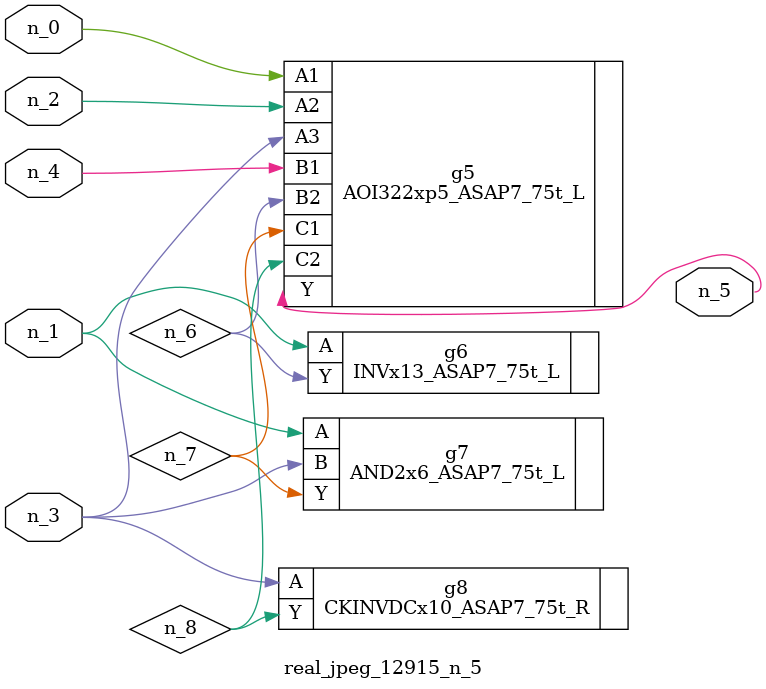
<source format=v>
module real_jpeg_12915_n_5 (n_4, n_0, n_1, n_2, n_3, n_5);

input n_4;
input n_0;
input n_1;
input n_2;
input n_3;

output n_5;

wire n_8;
wire n_6;
wire n_7;

AOI322xp5_ASAP7_75t_L g5 ( 
.A1(n_0),
.A2(n_2),
.A3(n_3),
.B1(n_4),
.B2(n_6),
.C1(n_7),
.C2(n_8),
.Y(n_5)
);

INVx13_ASAP7_75t_L g6 ( 
.A(n_1),
.Y(n_6)
);

AND2x6_ASAP7_75t_L g7 ( 
.A(n_1),
.B(n_3),
.Y(n_7)
);

CKINVDCx10_ASAP7_75t_R g8 ( 
.A(n_3),
.Y(n_8)
);


endmodule
</source>
